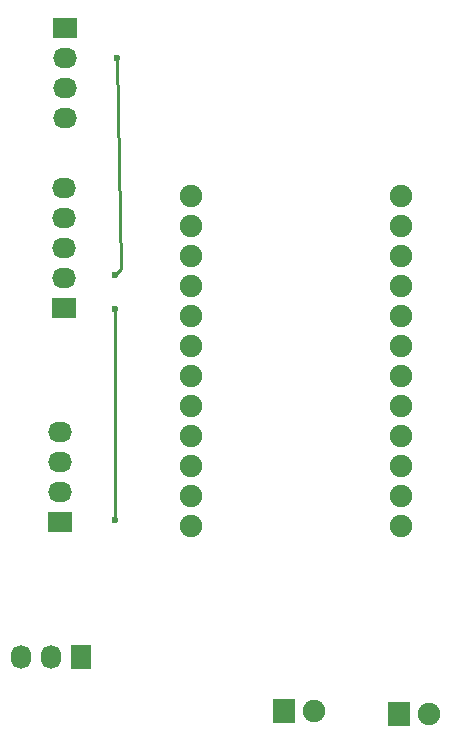
<source format=gbr>
G04 #@! TF.FileFunction,Copper,L1,Top,Signal*
%FSLAX46Y46*%
G04 Gerber Fmt 4.6, Leading zero omitted, Abs format (unit mm)*
G04 Created by KiCad (PCBNEW 4.0.2-4+6225~38~ubuntu16.04.1-stable) date Sat 30 Apr 2016 21:21:32 SAST*
%MOMM*%
G01*
G04 APERTURE LIST*
%ADD10C,0.100000*%
%ADD11C,1.900000*%
%ADD12R,2.032000X1.727200*%
%ADD13O,2.032000X1.727200*%
%ADD14R,1.900000X2.000000*%
%ADD15R,1.727200X2.032000*%
%ADD16O,1.727200X2.032000*%
%ADD17C,0.600000*%
%ADD18C,0.250000*%
G04 APERTURE END LIST*
D10*
D11*
X100330000Y-90170000D03*
X100330000Y-87630000D03*
X100330000Y-85090000D03*
X100330000Y-82550000D03*
X100330000Y-80010000D03*
X100330000Y-77470000D03*
X100330000Y-74930000D03*
X100330000Y-72390000D03*
X100330000Y-69850000D03*
X100330000Y-67310000D03*
X100330000Y-64770000D03*
X100330000Y-62230000D03*
X82550000Y-90170000D03*
X82550000Y-87630000D03*
X82550000Y-85090000D03*
X82550000Y-82550000D03*
X82550000Y-80010000D03*
X82550000Y-77470000D03*
X82550000Y-74930000D03*
X82550000Y-72390000D03*
X82550000Y-69850000D03*
X82550000Y-67310000D03*
X82550000Y-64770000D03*
X82550000Y-62230000D03*
D12*
X71820000Y-71690000D03*
D13*
X71820000Y-69150000D03*
X71820000Y-66610000D03*
X71820000Y-64070000D03*
X71820000Y-61530000D03*
D14*
X90410000Y-105780000D03*
D11*
X92950000Y-105780000D03*
D14*
X100230000Y-106090000D03*
D11*
X102770000Y-106090000D03*
D15*
X73260000Y-101240000D03*
D16*
X70720000Y-101240000D03*
X68180000Y-101240000D03*
D12*
X71480000Y-89790000D03*
D13*
X71480000Y-87250000D03*
X71480000Y-84710000D03*
X71480000Y-82170000D03*
D12*
X71942457Y-47951728D03*
D13*
X71942457Y-50491728D03*
X71942457Y-53031728D03*
X71942457Y-55571728D03*
D17*
X76140000Y-89660000D03*
X76160000Y-71780000D03*
X76310000Y-50500000D03*
X76140000Y-68880000D03*
D18*
X76140000Y-71800000D02*
X76140000Y-89660000D01*
X76160000Y-71780000D02*
X76140000Y-71800000D01*
X76610000Y-68410000D02*
X76310000Y-50500000D01*
X76140000Y-68880000D02*
X76610000Y-68410000D01*
M02*

</source>
